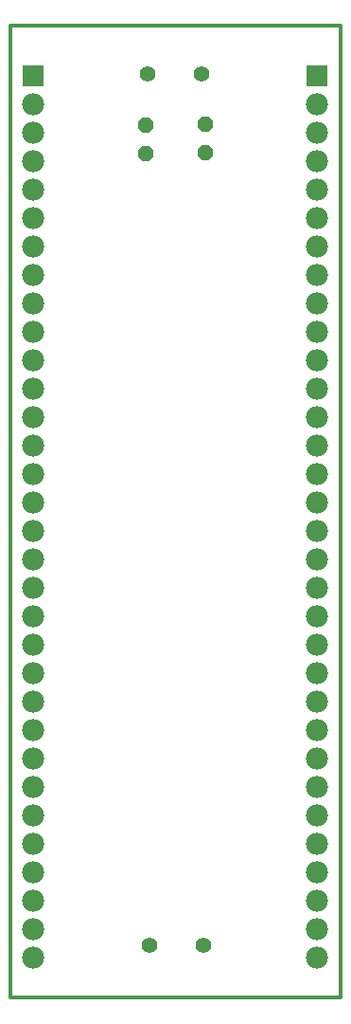
<source format=gbs>
G75*
G70*
%OFA0B0*%
%FSLAX24Y24*%
%IPPOS*%
%LPD*%
%AMOC8*
5,1,8,0,0,1.08239X$1,22.5*
%
%ADD10C,0.0120*%
%ADD11C,0.0560*%
%ADD12OC8,0.0560*%
%ADD13R,0.0780X0.0780*%
%ADD14C,0.0780*%
D10*
X000503Y000170D02*
X012157Y000170D01*
X012157Y034344D01*
X000503Y034344D01*
X000503Y000170D01*
D11*
X005403Y002015D03*
X007303Y002015D03*
X007258Y032642D03*
X005358Y032642D03*
D12*
X005280Y030869D03*
X005280Y029869D03*
X007392Y029870D03*
X007392Y030870D03*
D13*
X011314Y032576D03*
X001314Y032576D03*
D14*
X001314Y031576D03*
X001314Y030576D03*
X001314Y029576D03*
X001314Y028576D03*
X001314Y027576D03*
X001314Y026576D03*
X001314Y025576D03*
X001314Y024576D03*
X001314Y023576D03*
X001314Y022576D03*
X001314Y021576D03*
X001314Y020576D03*
X001314Y019576D03*
X001314Y018576D03*
X001314Y017576D03*
X001314Y016576D03*
X001314Y015576D03*
X001314Y014576D03*
X001314Y013576D03*
X001314Y012576D03*
X001314Y011576D03*
X001314Y010576D03*
X001314Y009576D03*
X001314Y008576D03*
X001314Y007576D03*
X001314Y006576D03*
X001314Y005576D03*
X001314Y004576D03*
X001314Y003576D03*
X001314Y002576D03*
X001314Y001576D03*
X011314Y001576D03*
X011314Y002576D03*
X011314Y003576D03*
X011314Y004576D03*
X011314Y005576D03*
X011314Y006576D03*
X011314Y007576D03*
X011314Y008576D03*
X011314Y009576D03*
X011314Y010576D03*
X011314Y011576D03*
X011314Y012576D03*
X011314Y013576D03*
X011314Y014576D03*
X011314Y015576D03*
X011314Y016576D03*
X011314Y017576D03*
X011314Y018576D03*
X011314Y019576D03*
X011314Y020576D03*
X011314Y021576D03*
X011314Y022576D03*
X011314Y023576D03*
X011314Y024576D03*
X011314Y025576D03*
X011314Y026576D03*
X011314Y027576D03*
X011314Y028576D03*
X011314Y029576D03*
X011314Y030576D03*
X011314Y031576D03*
M02*

</source>
